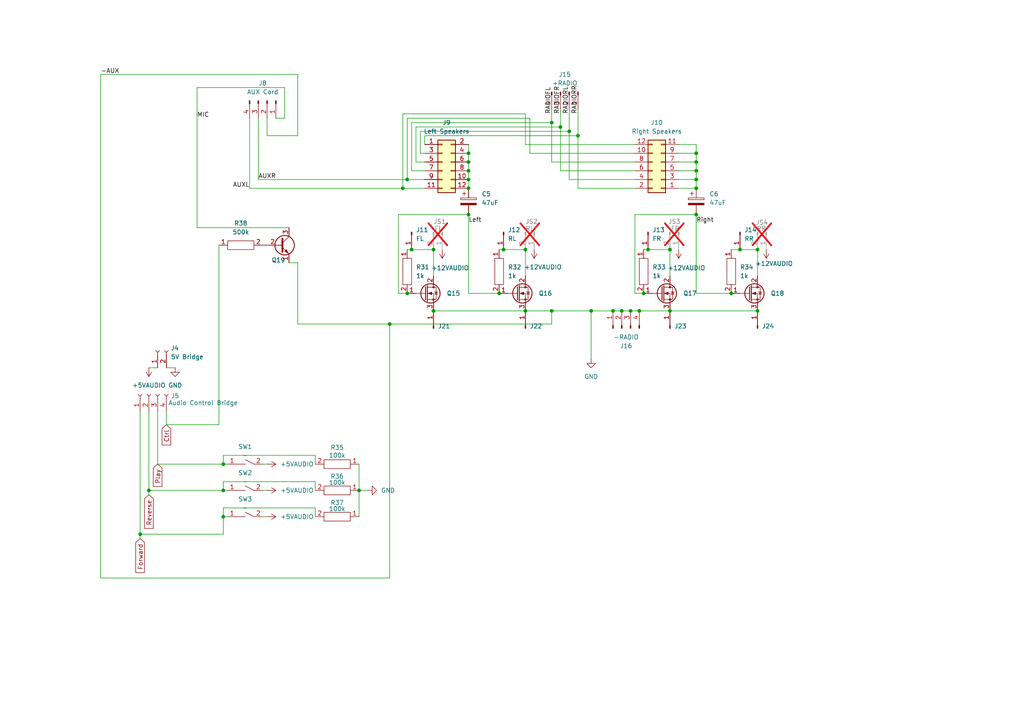
<source format=kicad_sch>
(kicad_sch (version 20231120) (generator "eeschema") (generator_version "8.0")
  (paper "A4")
  (lib_symbols
    (symbol "Connector:Conn_01x01_Pin" (pin_names (offset 1.016) hide)
      (property "Reference" "J" (at 0 2.54 0))
      (property "Value" "Conn_01x01_Pin" (at 0 -2.54 0))
      (symbol "Conn_01x01_Pin_1_1"
        (polyline (pts (xy 1.27 0) (xy 0.8636 0)) (stroke (width 0.1524)))
        (rectangle (start 0.8636 0.127) (end 0 -0.127) (stroke (width 0.1524)) (fill (type outline)))
        (pin passive line (at 5.08 0 180) (length 3.81) (name "Pin_1") (number "1"))
      )
    )
    (symbol "Connector:Conn_01x02_Pin" (pin_names (offset 1.016) hide)
      (property "Reference" "J" (at 0 2.54 0))
      (property "Value" "Conn_01x02_Pin" (at 0 -5.08 0))
      (symbol "Conn_01x02_Pin_1_1"
        (polyline (pts (xy 1.27 -2.54) (xy 0.8636 -2.54)) (stroke (width 0.1524)))
        (polyline (pts (xy 1.27 0) (xy 0.8636 0)) (stroke (width 0.1524)))
        (rectangle (start 0.8636 -2.413) (end 0 -2.667) (stroke (width 0.1524)) (fill (type outline)))
        (rectangle (start 0.8636 0.127) (end 0 -0.127) (stroke (width 0.1524)) (fill (type outline)))
        (pin passive line (at 5.08 0 180) (length 3.81) (name "Pin_1") (number "1"))
        (pin passive line (at 5.08 -2.54 180) (length 3.81) (name "Pin_2") (number "2"))
      )
    )
    (symbol "Connector:Conn_01x02_Socket" (pin_names (offset 1.016) hide)
      (property "Reference" "J" (at 0 2.54 0))
      (property "Value" "Conn_01x02_Socket" (at 0 -5.08 0))
      (symbol "Conn_01x02_Socket_1_1"
        (arc (start 0 -2.032) (mid -0.5058 -2.54) (end 0 -3.048) (stroke (width 0.1524)))
        (polyline (pts (xy -1.27 -2.54) (xy -0.508 -2.54)) (stroke (width 0.1524)))
        (polyline (pts (xy -1.27 0) (xy -0.508 0)) (stroke (width 0.1524)))
        (arc (start 0 0.508) (mid -0.5058 0) (end 0 -0.508) (stroke (width 0.1524)))
        (pin passive line (at -5.08 0 0) (length 3.81) (name "Pin_1") (number "1"))
        (pin passive line (at -5.08 -2.54 0) (length 3.81) (name "Pin_2") (number "2"))
      )
    )
    (symbol "Connector:Conn_01x04_Pin" (pin_names (offset 1.016) hide)
      (property "Reference" "J" (at 0 5.08 0))
      (property "Value" "Conn_01x04_Pin" (at 0 -7.62 0))
      (symbol "Conn_01x04_Pin_1_1"
        (polyline (pts (xy 1.27 -5.08) (xy 0.8636 -5.08)) (stroke (width 0.1524)))
        (polyline (pts (xy 1.27 -2.54) (xy 0.8636 -2.54)) (stroke (width 0.1524)))
        (polyline (pts (xy 1.27 0) (xy 0.8636 0)) (stroke (width 0.1524)))
        (polyline (pts (xy 1.27 2.54) (xy 0.8636 2.54)) (stroke (width 0.1524)))
        (rectangle (start 0.8636 -4.953) (end 0 -5.207) (stroke (width 0.1524)) (fill (type outline)))
        (rectangle (start 0.8636 -2.413) (end 0 -2.667) (stroke (width 0.1524)) (fill (type outline)))
        (rectangle (start 0.8636 0.127) (end 0 -0.127) (stroke (width 0.1524)) (fill (type outline)))
        (rectangle (start 0.8636 2.667) (end 0 2.413) (stroke (width 0.1524)) (fill (type outline)))
        (pin passive line (at 5.08 2.54 180) (length 3.81) (name "Pin_1") (number "1"))
        (pin passive line (at 5.08 0 180) (length 3.81) (name "Pin_2") (number "2"))
        (pin passive line (at 5.08 -2.54 180) (length 3.81) (name "Pin_3") (number "3"))
        (pin passive line (at 5.08 -5.08 180) (length 3.81) (name "Pin_4") (number "4"))
      )
    )
    (symbol "Connector:Conn_01x04_Socket" (pin_names (offset 1.016) hide)
      (property "Reference" "J" (at 0 5.08 0))
      (property "Value" "Conn_01x04_Socket" (at 0 -7.62 0))
      (symbol "Conn_01x04_Socket_1_1"
        (arc (start 0 -4.572) (mid -0.5058 -5.08) (end 0 -5.588) (stroke (width 0.1524)))
        (arc (start 0 -2.032) (mid -0.5058 -2.54) (end 0 -3.048) (stroke (width 0.1524)))
        (polyline (pts (xy -1.27 -5.08) (xy -0.508 -5.08)) (stroke (width 0.1524)))
        (polyline (pts (xy -1.27 -2.54) (xy -0.508 -2.54)) (stroke (width 0.1524)))
        (polyline (pts (xy -1.27 0) (xy -0.508 0)) (stroke (width 0.1524)))
        (polyline (pts (xy -1.27 2.54) (xy -0.508 2.54)) (stroke (width 0.1524)))
        (arc (start 0 0.508) (mid -0.5058 0) (end 0 -0.508) (stroke (width 0.1524)))
        (arc (start 0 3.048) (mid -0.5058 2.54) (end 0 2.032) (stroke (width 0.1524)))
        (pin passive line (at -5.08 2.54 0) (length 3.81) (name "Pin_1") (number "1"))
        (pin passive line (at -5.08 0 0) (length 3.81) (name "Pin_2") (number "2"))
        (pin passive line (at -5.08 -2.54 0) (length 3.81) (name "Pin_3") (number "3"))
        (pin passive line (at -5.08 -5.08 0) (length 3.81) (name "Pin_4") (number "4"))
      )
    )
    (symbol "Connector_Generic:Conn_02x06_Odd_Even" (pin_names (offset 1.016) hide)
      (property "Reference" "J" (at 1.27 7.62 0))
      (property "Value" "Conn_02x06_Odd_Even" (at 1.27 -10.16 0))
      (symbol "Conn_02x06_Odd_Even_1_1"
        (rectangle (start -1.27 -7.493) (end 0 -7.747) (stroke (width 0.1524)))
        (rectangle (start -1.27 -4.953) (end 0 -5.207) (stroke (width 0.1524)))
        (rectangle (start -1.27 -2.413) (end 0 -2.667) (stroke (width 0.1524)))
        (rectangle (start -1.27 0.127) (end 0 -0.127) (stroke (width 0.1524)))
        (rectangle (start -1.27 2.667) (end 0 2.413) (stroke (width 0.1524)))
        (rectangle (start -1.27 5.207) (end 0 4.953) (stroke (width 0.1524)))
        (rectangle (start -1.27 6.35) (end 3.81 -8.89) (stroke (width 0.254)) (fill (type background)))
        (rectangle (start 3.81 -7.493) (end 2.54 -7.747) (stroke (width 0.1524)))
        (rectangle (start 3.81 -4.953) (end 2.54 -5.207) (stroke (width 0.1524)))
        (rectangle (start 3.81 -2.413) (end 2.54 -2.667) (stroke (width 0.1524)))
        (rectangle (start 3.81 0.127) (end 2.54 -0.127) (stroke (width 0.1524)))
        (rectangle (start 3.81 2.667) (end 2.54 2.413) (stroke (width 0.1524)))
        (rectangle (start 3.81 5.207) (end 2.54 4.953) (stroke (width 0.1524)))
        (pin passive line (at -5.08 5.08 0) (length 3.81) (name "Pin_1") (number "1"))
        (pin passive line (at 7.62 -5.08 180) (length 3.81) (name "Pin_10") (number "10"))
        (pin passive line (at -5.08 -7.62 0) (length 3.81) (name "Pin_11") (number "11"))
        (pin passive line (at 7.62 -7.62 180) (length 3.81) (name "Pin_12") (number "12"))
        (pin passive line (at 7.62 5.08 180) (length 3.81) (name "Pin_2") (number "2"))
        (pin passive line (at -5.08 2.54 0) (length 3.81) (name "Pin_3") (number "3"))
        (pin passive line (at 7.62 2.54 180) (length 3.81) (name "Pin_4") (number "4"))
        (pin passive line (at -5.08 0 0) (length 3.81) (name "Pin_5") (number "5"))
        (pin passive line (at 7.62 0 180) (length 3.81) (name "Pin_6") (number "6"))
        (pin passive line (at -5.08 -2.54 0) (length 3.81) (name "Pin_7") (number "7"))
        (pin passive line (at 7.62 -2.54 180) (length 3.81) (name "Pin_8") (number "8"))
        (pin passive line (at -5.08 -5.08 0) (length 3.81) (name "Pin_9") (number "9"))
      )
    )
    (symbol "Device:C_Polarized" (pin_numbers hide) (pin_names (offset 0.254))
      (property "Reference" "C" (at 0.635 2.54 0))
      (property "Value" "C_Polarized" (at 0.635 -2.54 0))
      (symbol "C_Polarized_0_1"
        (rectangle (start -2.286 0.508) (end 2.286 1.016))
        (polyline (pts (xy -1.778 2.286) (xy -0.762 2.286)))
        (polyline (pts (xy -1.27 2.794) (xy -1.27 1.778)))
        (rectangle (start 2.286 -0.508) (end -2.286 -1.016) (fill (type outline)))
      )
      (symbol "C_Polarized_1_1"
        (pin passive line (at 0 3.81 270) (length 2.794) (name "~") (number "1"))
        (pin passive line (at 0 -3.81 90) (length 2.794) (name "~") (number "2"))
      )
    )
    (symbol "Transistor_BJT:BC107" (pin_names (offset 0) hide)
      (property "Reference" "Q" (at 5.08 1.905 0))
      (property "Value" "BC107" (at 5.08 0 0))
      (symbol "BC107_0_1"
        (polyline (pts (xy 0.635 0.635) (xy 2.54 2.54)))
        (polyline (pts (xy 0.635 -0.635) (xy 2.54 -2.54) (xy 2.54 -2.54)))
        (polyline (pts (xy 0.635 1.905) (xy 0.635 -1.905) (xy 0.635 -1.905)) (stroke (width 0.508)))
        (polyline (pts (xy 1.27 -1.778) (xy 1.778 -1.27) (xy 2.286 -2.286) (xy 1.27 -1.778) (xy 1.27 -1.778)) (fill (type outline)))
        (circle (center 1.27 0) (radius 2.8194) (stroke (width 0.254)))
      )
      (symbol "BC107_1_1"
        (pin passive line (at 2.54 -5.08 90) (length 2.54) (name "E") (number "1"))
        (pin input line (at -5.08 0 0) (length 5.715) (name "B") (number "2"))
        (pin passive line (at 2.54 5.08 270) (length 2.54) (name "C") (number "3"))
      )
    )
    (symbol "Transistor_FET_Other:DN2540N5-G" (pin_names (offset 0) hide)
      (property "Reference" "Q" (at 5.08 1.905 0))
      (property "Value" "DN2540N5-G" (at 5.08 0 0))
      (symbol "DN2540N5-G_0_1"
        (polyline (pts (xy 0.254 0) (xy -2.54 0)))
        (polyline (pts (xy 0.254 1.905) (xy 0.254 -1.905)) (stroke (width 0.254)))
        (polyline (pts (xy 0.762 2.286) (xy 0.762 -2.286)) (stroke (width 0.254)))
        (polyline (pts (xy 2.54 2.54) (xy 2.54 1.778)))
        (polyline (pts (xy 2.54 -2.54) (xy 2.54 0) (xy 0.762 0)))
        (polyline (pts (xy 0.762 -1.778) (xy 3.302 -1.778) (xy 3.302 1.778) (xy 0.762 1.778)))
        (polyline (pts (xy 1.016 0) (xy 2.032 0.381) (xy 2.032 -0.381) (xy 1.016 0)) (fill (type outline)))
        (polyline (pts (xy 2.794 0.508) (xy 2.921 0.381) (xy 3.683 0.381) (xy 3.81 0.254)))
        (polyline (pts (xy 3.302 0.381) (xy 2.921 -0.254) (xy 3.683 -0.254) (xy 3.302 0.381)))
        (circle (center 1.651 0) (radius 2.794) (stroke (width 0.254)))
        (circle (center 2.54 -1.778) (radius 0.254) (fill (type outline)))
        (circle (center 2.54 1.778) (radius 0.254) (fill (type outline)))
      )
      (symbol "DN2540N5-G_1_1"
        (pin input line (at -5.08 0 0) (length 2.54) (name "G") (number "1"))
        (pin passive line (at 2.54 5.08 270) (length 2.54) (name "D") (number "2"))
        (pin passive line (at 2.54 -5.08 90) (length 2.54) (name "S") (number "3"))
      )
    )
    (symbol "carinterface:Pushbutton"
      (property "Reference" "SW?" (at -0.254 2.54 0))
      (symbol "Pushbutton_0_1"
        (rectangle (start -2.54 0) (end 0 0))
        (arc (start 2.54 0) (mid 1.282 0.659) (end 0 1.27))
      )
      (symbol "Pushbutton_1_1"
        (pin bidirectional line (at -5.08 0 0) (length 2.54) (name "") (number "1"))
        (pin bidirectional line (at 5.08 0 180) (length 2.54) (name "") (number "2"))
      )
    )
    (symbol "carinterface:Vertical_Resistor"
      (property "Reference" "R?" (at 0 2.286 0))
      (symbol "Vertical_Resistor_0_1"
        (rectangle (start -3.81 1.27) (end 3.81 -1.27))
      )
      (symbol "Vertical_Resistor_1_1"
        (pin bidirectional line (at -6.35 0 0) (length 2.54) (name "") (number "1"))
        (pin bidirectional line (at 6.35 0 180) (length 2.54) (name "") (number "2"))
      )
    )
    (symbol "power:+12P" (power) (pin_numbers hide) (pin_names (offset 0) hide)
      (property "Value" "+12P" (at 0 3.556 0))
      (symbol "+12P_0_1"
        (polyline (pts (xy -0.762 1.27) (xy 0 2.54)))
        (polyline (pts (xy 0 0) (xy 0 2.54)))
        (polyline (pts (xy 0 2.54) (xy 0.762 1.27)))
      )
      (symbol "+12P_1_1"
        (pin power_in line (at 0 0 90) (length 0) (name "~") (number "1"))
      )
    )
    (symbol "power:+5V" (power) (pin_numbers hide) (pin_names (offset 0) hide)
      (property "Value" "+5V" (at 0 3.556 0))
      (symbol "+5V_0_1"
        (polyline (pts (xy -0.762 1.27) (xy 0 2.54)))
        (polyline (pts (xy 0 0) (xy 0 2.54)))
        (polyline (pts (xy 0 2.54) (xy 0.762 1.27)))
      )
      (symbol "+5V_1_1"
        (pin power_in line (at 0 0 90) (length 0) (name "~") (number "1"))
      )
    )
    (symbol "power:GND" (power) (pin_numbers hide) (pin_names (offset 0) hide)
      (property "Value" "GND" (at 0 -3.81 0))
      (symbol "GND_0_1"
        (polyline (pts (xy 0 0) (xy 0 -1.27) (xy 1.27 -1.27) (xy 0 -2.54) (xy -1.27 -1.27) (xy 0 -1.27)))
      )
      (symbol "GND_1_1"
        (pin power_in line (at 0 0 270) (length 0) (name "~") (number "1"))
      )
    )
  )
  (junction (at 43.18 142.24))
  (junction (at 160.02 90.17))
  (junction (at 187.96 72.39))
  (junction (at 64.77 134.62))
  (junction (at 125.73 72.39))
  (junction (at 135.89 49.53))
  (junction (at 182.88 90.17))
  (junction (at 167.64 39.37))
  (junction (at 177.8 90.17))
  (junction (at 165.1 38.1))
  (junction (at 219.71 90.17))
  (junction (at 152.4 90.17))
  (junction (at 135.89 54.61))
  (junction (at 162.56 36.83))
  (junction (at 214.63 72.39))
  (junction (at 212.09 85.09))
  (junction (at 201.93 54.61))
  (junction (at 104.14 142.24))
  (junction (at 116.84 54.61))
  (junction (at 113.03 93.98))
  (junction (at 194.31 90.17))
  (junction (at 144.78 85.09))
  (junction (at 201.93 62.23))
  (junction (at 125.73 90.17))
  (junction (at 146.05 72.39))
  (junction (at 135.89 46.99))
  (junction (at 171.45 90.17))
  (junction (at 64.77 149.86))
  (junction (at 160.02 35.56))
  (junction (at 180.34 90.17))
  (junction (at 152.4 72.39))
  (junction (at 219.71 72.39))
  (junction (at 135.89 44.45))
  (junction (at 64.77 142.24))
  (junction (at 201.93 44.45))
  (junction (at 135.89 52.07))
  (junction (at 185.42 90.17))
  (junction (at 201.93 52.07))
  (junction (at 118.11 52.07))
  (junction (at 186.69 85.09))
  (junction (at 40.64 154.94))
  (junction (at 135.89 62.23))
  (junction (at 201.93 49.53))
  (junction (at 194.31 72.39))
  (junction (at 119.38 72.39))
  (junction (at 201.93 46.99))
  (junction (at 118.11 85.09))
  (wire (pts (xy 171.45 104.14) (xy 171.45 90.17)))
  (wire (pts (xy 76.2 134.62) (xy 77.47 134.62)))
  (wire (pts (xy 219.71 72.39) (xy 219.71 80.01)))
  (wire (pts (xy 43.18 119.38) (xy 43.18 142.24)))
  (wire (pts (xy 196.85 46.99) (xy 201.93 46.99)))
  (wire (pts (xy 64.77 147.32) (xy 64.77 149.86)))
  (wire (pts (xy 48.26 123.19) (xy 48.26 119.38)))
  (wire (pts (xy 187.96 72.39) (xy 194.31 72.39)))
  (wire (pts (xy 152.4 41.91) (xy 152.4 33.02)))
  (wire (pts (xy 165.1 52.07) (xy 184.15 52.07)))
  (wire (pts (xy 74.93 34.29) (xy 74.93 52.07)))
  (wire (pts (xy 185.42 90.17) (xy 194.31 90.17)))
  (wire (pts (xy 196.85 44.45) (xy 201.93 44.45)))
  (wire (pts (xy 123.19 39.37) (xy 123.19 41.91)))
  (wire (pts (xy 116.84 54.61) (xy 72.39 54.61)))
  (wire (pts (xy 45.72 134.62) (xy 45.72 119.38)))
  (wire (pts (xy 40.64 156.21) (xy 40.64 154.94)))
  (wire (pts (xy 120.65 36.83) (xy 162.56 36.83)))
  (wire (pts (xy 104.14 142.24) (xy 104.14 149.86)))
  (wire (pts (xy 76.2 142.24) (xy 77.47 142.24)))
  (wire (pts (xy 119.38 72.39) (xy 125.73 72.39)))
  (wire (pts (xy 118.11 52.07) (xy 74.93 52.07)))
  (wire (pts (xy 152.4 41.91) (xy 184.15 41.91)))
  (wire (pts (xy 135.89 85.09) (xy 144.78 85.09)))
  (wire (pts (xy 167.64 39.37) (xy 167.64 54.61)))
  (wire (pts (xy 201.93 41.91) (xy 196.85 41.91)))
  (wire (pts (xy 196.85 54.61) (xy 201.93 54.61)))
  (wire (pts (xy 201.93 52.07) (xy 201.93 54.61)))
  (wire (pts (xy 125.73 72.39) (xy 125.73 80.01)))
  (wire (pts (xy 91.44 147.32) (xy 64.77 147.32)))
  (wire (pts (xy 171.45 90.17) (xy 177.8 90.17)))
  (wire (pts (xy 120.65 46.99) (xy 123.19 46.99)))
  (wire (pts (xy 91.44 142.24) (xy 91.44 139.7)))
  (wire (pts (xy 82.55 25.4) (xy 82.55 34.29)))
  (wire (pts (xy 50.8 106.68) (xy 48.26 106.68)))
  (wire (pts (xy 118.11 34.29) (xy 118.11 52.07)))
  (wire (pts (xy 167.64 31.75) (xy 167.64 39.37)))
  (wire (pts (xy 146.05 72.39) (xy 152.4 72.39)))
  (wire (pts (xy 184.15 85.09) (xy 186.69 85.09)))
  (wire (pts (xy 119.38 35.56) (xy 119.38 49.53)))
  (wire (pts (xy 165.1 38.1) (xy 165.1 31.75)))
  (wire (pts (xy 120.65 36.83) (xy 120.65 46.99)))
  (wire (pts (xy 123.19 54.61) (xy 116.84 54.61)))
  (wire (pts (xy 43.18 142.24) (xy 64.77 142.24)))
  (wire (pts (xy 43.18 142.24) (xy 43.18 143.51)))
  (wire (pts (xy 82.55 34.29) (xy 80.01 34.29)))
  (wire (pts (xy 180.34 90.17) (xy 182.88 90.17)))
  (wire (pts (xy 57.15 25.4) (xy 82.55 25.4)))
  (wire (pts (xy 135.89 41.91) (xy 135.89 44.45)))
  (wire (pts (xy 40.64 154.94) (xy 40.64 119.38)))
  (wire (pts (xy 212.09 72.39) (xy 214.63 72.39)))
  (wire (pts (xy 123.19 39.37) (xy 167.64 39.37)))
  (wire (pts (xy 77.47 39.37) (xy 86.36 39.37)))
  (wire (pts (xy 86.36 93.98) (xy 113.03 93.98)))
  (wire (pts (xy 182.88 90.17) (xy 185.42 90.17)))
  (wire (pts (xy 165.1 38.1) (xy 165.1 52.07)))
  (wire (pts (xy 144.78 72.39) (xy 146.05 72.39)))
  (wire (pts (xy 64.77 149.86) (xy 64.77 154.94)))
  (wire (pts (xy 162.56 49.53) (xy 184.15 49.53)))
  (wire (pts (xy 135.89 52.07) (xy 135.89 54.61)))
  (wire (pts (xy 104.14 142.24) (xy 106.68 142.24)))
  (wire (pts (xy 184.15 62.23) (xy 201.93 62.23)))
  (wire (pts (xy 160.02 93.98) (xy 160.02 90.17)))
  (wire (pts (xy 160.02 90.17) (xy 152.4 90.17)))
  (wire (pts (xy 153.67 44.45) (xy 153.67 34.29)))
  (wire (pts (xy 91.44 132.08) (xy 64.77 132.08)))
  (wire (pts (xy 48.26 123.19) (xy 63.5 123.19)))
  (wire (pts (xy 177.8 90.17) (xy 180.34 90.17)))
  (wire (pts (xy 91.44 149.86) (xy 91.44 147.32)))
  (wire (pts (xy 196.85 52.07) (xy 201.93 52.07)))
  (wire (pts (xy 160.02 35.56) (xy 160.02 46.99)))
  (wire (pts (xy 77.47 34.29) (xy 77.47 39.37)))
  (wire (pts (xy 194.31 72.39) (xy 194.31 80.01)))
  (wire (pts (xy 121.92 38.1) (xy 121.92 44.45)))
  (wire (pts (xy 119.38 35.56) (xy 160.02 35.56)))
  (wire (pts (xy 153.67 44.45) (xy 184.15 44.45)))
  (wire (pts (xy 104.14 134.62) (xy 104.14 142.24)))
  (wire (pts (xy 64.77 154.94) (xy 40.64 154.94)))
  (wire (pts (xy 186.69 72.39) (xy 187.96 72.39)))
  (wire (pts (xy 160.02 31.75) (xy 160.02 35.56)))
  (wire (pts (xy 29.21 167.64) (xy 113.03 167.64)))
  (wire (pts (xy 135.89 46.99) (xy 135.89 49.53)))
  (wire (pts (xy 72.39 54.61) (xy 72.39 34.29)))
  (wire (pts (xy 160.02 46.99) (xy 184.15 46.99)))
  (wire (pts (xy 152.4 33.02) (xy 116.84 33.02)))
  (wire (pts (xy 201.93 85.09) (xy 212.09 85.09)))
  (wire (pts (xy 113.03 167.64) (xy 113.03 93.98)))
  (wire (pts (xy 162.56 36.83) (xy 162.56 31.75)))
  (wire (pts (xy 125.73 90.17) (xy 152.4 90.17)))
  (wire (pts (xy 171.45 90.17) (xy 160.02 90.17)))
  (wire (pts (xy 86.36 39.37) (xy 86.36 21.59)))
  (wire (pts (xy 135.89 62.23) (xy 135.89 85.09)))
  (wire (pts (xy 86.36 76.2) (xy 86.36 93.98)))
  (wire (pts (xy 201.93 41.91) (xy 201.93 44.45)))
  (wire (pts (xy 135.89 44.45) (xy 135.89 46.99)))
  (wire (pts (xy 201.93 62.23) (xy 201.93 85.09)))
  (wire (pts (xy 201.93 49.53) (xy 201.93 52.07)))
  (wire (pts (xy 45.72 134.62) (xy 64.77 134.62)))
  (wire (pts (xy 91.44 139.7) (xy 64.77 139.7)))
  (wire (pts (xy 135.89 62.23) (xy 115.57 62.23)))
  (wire (pts (xy 162.56 36.83) (xy 162.56 49.53)))
  (wire (pts (xy 64.77 149.86) (xy 66.04 149.86)))
  (wire (pts (xy 152.4 72.39) (xy 152.4 80.01)))
  (wire (pts (xy 123.19 52.07) (xy 118.11 52.07)))
  (wire (pts (xy 64.77 142.24) (xy 66.04 142.24)))
  (wire (pts (xy 121.92 44.45) (xy 123.19 44.45)))
  (wire (pts (xy 57.15 66.04) (xy 83.82 66.04)))
  (wire (pts (xy 115.57 85.09) (xy 118.11 85.09)))
  (wire (pts (xy 194.31 90.17) (xy 219.71 90.17)))
  (wire (pts (xy 83.82 76.2) (xy 86.36 76.2)))
  (wire (pts (xy 184.15 62.23) (xy 184.15 85.09)))
  (wire (pts (xy 64.77 132.08) (xy 64.77 134.62)))
  (wire (pts (xy 63.5 71.12) (xy 63.5 123.19)))
  (wire (pts (xy 167.64 54.61) (xy 184.15 54.61)))
  (wire (pts (xy 76.2 149.86) (xy 77.47 149.86)))
  (wire (pts (xy 64.77 139.7) (xy 64.77 142.24)))
  (wire (pts (xy 118.11 72.39) (xy 119.38 72.39)))
  (wire (pts (xy 43.18 106.68) (xy 45.72 106.68)))
  (wire (pts (xy 116.84 33.02) (xy 116.84 54.61)))
  (wire (pts (xy 91.44 134.62) (xy 91.44 132.08)))
  (wire (pts (xy 119.38 49.53) (xy 123.19 49.53)))
  (wire (pts (xy 57.15 25.4) (xy 57.15 66.04)))
  (wire (pts (xy 153.67 34.29) (xy 118.11 34.29)))
  (wire (pts (xy 64.77 134.62) (xy 66.04 134.62)))
  (wire (pts (xy 196.85 49.53) (xy 201.93 49.53)))
  (wire (pts (xy 113.03 93.98) (xy 160.02 93.98)))
  (wire (pts (xy 135.89 49.53) (xy 135.89 52.07)))
  (wire (pts (xy 201.93 44.45) (xy 201.93 46.99)))
  (wire (pts (xy 121.92 38.1) (xy 165.1 38.1)))
  (wire (pts (xy 214.63 72.39) (xy 219.71 72.39)))
  (wire (pts (xy 29.21 21.59) (xy 86.36 21.59)))
  (wire (pts (xy 29.21 167.64) (xy 29.21 21.59)))
  (wire (pts (xy 115.57 62.23) (xy 115.57 85.09)))
  (wire (pts (xy 201.93 46.99) (xy 201.93 49.53)))
  (label "MIC" (at 57.15 34.29 0))
  (label "RADIORL" (at 165.1 33.02 90))
  (label "Right" (at 201.93 64.77 0))
  (label "AUXR" (at 74.93 52.07 0))
  (label "RADIOFL" (at 160.02 33.02 90))
  (label "RADIORR" (at 167.64 33.02 90))
  (label "Left" (at 135.89 64.77 0))
  (label "-AUX" (at 29.21 21.59 0))
  (label "RADIOFR" (at 162.56 33.02 90))
  (label "AUXL" (at 72.39 54.61 180))
  (global_label "Reverse" (shape input) (at 43.18 143.51 270) (property "Intersheetrefs" "${INTERSHEET_REFS}" (effects (hide yes))))
  (global_label "Forward" (shape input) (at 40.64 156.21 270) (property "Intersheetrefs" "${INTERSHEET_REFS}" (effects (hide yes))))
  (global_label "Play" (shape input) (at 45.72 134.62 270) (property "Intersheetrefs" "${INTERSHEET_REFS}" (effects (hide yes))))
  (global_label "Ctrl" (shape input) (at 48.26 123.19 270) (property "Intersheetrefs" "${INTERSHEET_REFS}" (effects (hide yes))))
  (symbol (lib_id "Connector:Conn_01x01_Pin") (at 152.4 95.25 90) (unit 1)
    (property "Reference" "J22" (at 153.67 94.6149 90) (effects (justify right)))
    (property "Value" "Conn_01x01_Pin" (effects (hide yes)))
    (property "Footprint" "Connector_Wire:SolderWire-0.75sqmm_1x01_D1.25mm_OD2.3mm" (effects (hide yes)))
    (property "Description" "Generic connector, single row, 01x01, script generated" (effects (hide yes)))
  )
  (symbol (lib_id "power:+5V") (at 77.47 149.86 270) (unit 1)
    (property "Reference" "#PWR025" (effects (hide yes)))
    (property "Value" "+5VAUDIO" (at 81.28 149.8599 90) (effects (justify left)))
    (property "Description" "Power symbol creates a global label with name \"+5V\"" (effects (hide yes)))
  )
  (symbol (lib_id "Device:C_Polarized") (at 135.89 58.42 0) (unit 1)
    (property "Reference" "C5" (at 139.7 56.2609 0) (effects (justify left)))
    (property "Value" "47uF" (at 139.7 58.8009 0) (effects (justify left)))
    (property "Footprint" "Capacitor_THT:CP_Radial_D6.3mm_P2.50mm" (effects (hide yes)))
    (property "Description" "Polarized capacitor" (effects (hide yes)))
  )
  (symbol (lib_id "Connector:Conn_01x04_Pin") (at 165.1 26.67 270) (unit 1)
    (property "Reference" "J15" (at 163.83 21.59 90))
    (property "Value" "+RADIO" (at 163.83 24.13 90))
    (property "Footprint" "Connector_Wire:SolderWire-0.5sqmm_1x04_P4.6mm_D0.9mm_OD2.1mm" (effects (hide yes)))
    (property "Description" "Generic connector, single row, 01x04, script generated" (effects (hide yes)))
  )
  (symbol (lib_id "carinterface:Pushbutton") (at 71.12 149.86 0) (unit 1)
    (property "Reference" "SW3" (at 71.12 144.78 0))
    (property "Value" "~" (at 71.12 147.32 0))
    (property "Footprint" "carinterface:pushbutton" (effects (hide yes)))
  )
  (symbol (lib_id "Connector:Conn_01x02_Socket") (at 45.72 101.6 90) (unit 1)
    (property "Reference" "J4" (at 49.53 100.9649 90) (effects (justify right)))
    (property "Value" "5V Bridge" (at 49.53 103.5049 90) (effects (justify right)))
    (property "Footprint" "Connector_PinSocket_2.54mm:PinSocket_1x02_P2.54mm_Vertical" (effects (hide yes)))
    (property "Description" "Generic connector, single row, 01x02, script generated" (effects (hide yes)))
  )
  (symbol (lib_id "power:+12P") (at 222.25 72.39 180) (unit 1)
    (property "Reference" "#PWR021" (effects (hide yes)))
    (property "Value" "+12VAUDIO" (at 224.536 76.454 0))
    (property "Description" "Power symbol creates a global label with name \"+12P\"" (effects (hide yes)))
  )
  (symbol (lib_id "Connector:Conn_01x01_Pin") (at 219.71 95.25 90) (unit 1)
    (property "Reference" "J24" (at 220.98 94.6149 90) (effects (justify right)))
    (property "Value" "Conn_01x01_Pin" (effects (hide yes)))
    (property "Footprint" "Connector_Wire:SolderWire-0.75sqmm_1x01_D1.25mm_OD2.3mm" (effects (hide yes)))
    (property "Description" "Generic connector, single row, 01x01, script generated" (effects (hide yes)))
  )
  (symbol (lib_id "Connector:Conn_01x01_Pin") (at 146.05 67.31 270) (unit 1)
    (property "Reference" "J12" (at 147.32 66.6749 90) (effects (justify left)))
    (property "Value" "RL" (at 147.32 69.2149 90) (effects (justify left)))
    (property "Footprint" "Connector_Wire:SolderWire-0.75sqmm_1x01_D1.25mm_OD2.3mm" (effects (hide yes)))
    (property "Description" "Generic connector, single row, 01x01, script generated" (effects (hide yes)))
  )
  (symbol (lib_id "Connector_Generic:Conn_02x06_Odd_Even") (at 128.27 46.99 0) (unit 1)
    (property "Reference" "J9" (at 129.54 35.56 0))
    (property "Value" "Left Speakers" (at 129.54 38.1 0))
    (property "Footprint" "Connector_PinHeader_2.54mm:PinHeader_2x06_P2.54mm_Vertical" (effects (hide yes)))
    (property "Description" "Generic connector, double row, 02x06, odd/even pin numbering scheme (row 1 odd numbers, row 2 even numbers), script generated (kicad-library-utils/schlib/autogen/connector/)" (effects (hide yes)))
  )
  (symbol (lib_id "power:GND") (at 106.68 142.24 90) (unit 1)
    (property "Reference" "#PWR026" (effects (hide yes)))
    (property "Value" "GND" (at 110.49 142.2399 90) (effects (justify right)))
    (property "Description" "Power symbol creates a global label with name \"GND\" , ground" (effects (hide yes)))
  )
  (symbol (lib_id "Connector:Conn_01x01_Pin") (at 187.96 67.31 270) (unit 1)
    (property "Reference" "J13" (at 189.23 66.6749 90) (effects (justify left)))
    (property "Value" "FR" (at 189.23 69.2149 90) (effects (justify left)))
    (property "Footprint" "Connector_Wire:SolderWire-0.75sqmm_1x01_D1.25mm_OD2.3mm" (effects (hide yes)))
    (property "Description" "Generic connector, single row, 01x01, script generated" (effects (hide yes)))
  )
  (symbol (lib_id "power:GND") (at 171.45 104.14 0) (unit 1)
    (property "Reference" "#PWR011" (effects (hide yes)))
    (property "Value" "GND" (at 171.45 109.22 0))
    (property "Description" "Power symbol creates a global label with name \"GND\" , ground" (effects (hide yes)))
  )
  (symbol (lib_id "power:GND") (at 50.8 106.68 0) (unit 1)
    (property "Reference" "#PWR017" (effects (hide yes)))
    (property "Value" "GND" (at 50.8 111.76 0))
    (property "Description" "Power symbol creates a global label with name \"GND\" , ground" (effects (hide yes)))
  )
  (symbol (lib_id "Device:C_Polarized") (at 201.93 58.42 0) (unit 1)
    (property "Reference" "C6" (at 205.74 56.2609 0) (effects (justify left)))
    (property "Value" "47uF" (at 205.74 58.8009 0) (effects (justify left)))
    (property "Footprint" "Capacitor_THT:CP_Radial_D6.3mm_P2.50mm" (effects (hide yes)))
    (property "Description" "Polarized capacitor" (effects (hide yes)))
  )
  (symbol (lib_id "Connector:Conn_01x01_Pin") (at 214.63 67.31 270) (unit 1)
    (property "Reference" "J14" (at 215.9 66.6749 90) (effects (justify left)))
    (property "Value" "RR" (at 215.9 69.2149 90) (effects (justify left)))
    (property "Footprint" "Connector_Wire:SolderWire-0.75sqmm_1x01_D1.25mm_OD2.3mm" (effects (hide yes)))
    (property "Description" "Generic connector, single row, 01x01, script generated" (effects (hide yes)))
  )
  (symbol (lib_id "carinterface:Vertical_Resistor") (at 144.78 78.74 270) (unit 1)
    (property "Reference" "R32" (at 147.32 77.4699 90) (effects (justify left)))
    (property "Value" "1k" (at 147.32 80.0099 90) (effects (justify left)))
    (property "Footprint" "carinterface:Vertical Resistor" (effects (hide yes)))
  )
  (symbol (lib_id "Connector:Conn_01x01_Pin") (at 119.38 67.31 270) (unit 1)
    (property "Reference" "J11" (at 120.65 66.6749 90) (effects (justify left)))
    (property "Value" "FL" (at 120.65 69.2149 90) (effects (justify left)))
    (property "Footprint" "Connector_Wire:SolderWire-0.75sqmm_1x01_D1.25mm_OD2.3mm" (effects (hide yes)))
    (property "Description" "Generic connector, single row, 01x01, script generated" (effects (hide yes)))
  )
  (symbol (lib_id "carinterface:Pushbutton") (at 71.12 142.24 0) (unit 1)
    (property "Reference" "SW2" (at 71.12 137.16 0))
    (property "Value" "~" (at 71.12 139.7 0))
    (property "Footprint" "carinterface:pushbutton" (effects (hide yes)))
  )
  (symbol (lib_id "Connector:Conn_01x01_Pin") (at 194.31 95.25 90) (unit 1)
    (property "Reference" "J23" (at 195.58 94.6149 90) (effects (justify right)))
    (property "Value" "Conn_01x01_Pin" (effects (hide yes)))
    (property "Footprint" "Connector_Wire:SolderWire-0.75sqmm_1x01_D1.25mm_OD2.3mm" (effects (hide yes)))
    (property "Description" "Generic connector, single row, 01x01, script generated" (effects (hide yes)))
  )
  (symbol (lib_id "power:+5V") (at 77.47 142.24 270) (unit 1)
    (property "Reference" "#PWR024" (effects (hide yes)))
    (property "Value" "+5VAUDIO" (at 81.28 142.2399 90) (effects (justify left)))
    (property "Description" "Power symbol creates a global label with name \"+5V\"" (effects (hide yes)))
  )
  (symbol (lib_id "power:+5V") (at 77.47 134.62 270) (unit 1)
    (property "Reference" "#PWR04" (effects (hide yes)))
    (property "Value" "+5VAUDIO" (at 81.28 134.6199 90) (effects (justify left)))
    (property "Description" "Power symbol creates a global label with name \"+5V\"" (effects (hide yes)))
  )
  (symbol (lib_id "Transistor_FET_Other:DN2540N5-G") (at 123.19 85.09 0) (unit 1)
    (property "Reference" "Q15" (at 129.54 85.0899 0) (effects (justify left)))
    (property "Value" "DN2540N5-G" (effects (hide yes)))
    (property "Footprint" "Package_TO_SOT_THT:TO-220-3_Vertical" (effects (hide yes)))
    (property "Datasheet" "https://ww1.microchip.com/downloads/en/DeviceDoc/DN2540%20B060313.pdf" (effects (hide yes)))
    (property "Description" "150mA Ids, 400 Vds, Depletion-mode N-channel MOSFET, TO-220" (effects (hide yes)))
  )
  (symbol (lib_id "power:+12P") (at 196.85 72.39 180) (unit 1)
    (property "Reference" "#PWR020" (effects (hide yes)))
    (property "Value" "+12VAUDIO" (at 199.136 77.724 0))
    (property "Description" "Power symbol creates a global label with name \"+12P\"" (effects (hide yes)))
  )
  (symbol (lib_id "Transistor_FET_Other:DN2540N5-G") (at 217.17 85.09 0) (unit 1)
    (property "Reference" "Q18" (at 223.52 85.0899 0) (effects (justify left)))
    (property "Value" "DN2540N5-G" (effects (hide yes)))
    (property "Footprint" "Package_TO_SOT_THT:TO-220-3_Vertical" (effects (hide yes)))
    (property "Datasheet" "https://ww1.microchip.com/downloads/en/DeviceDoc/DN2540%20B060313.pdf" (effects (hide yes)))
    (property "Description" "150mA Ids, 400 Vds, Depletion-mode N-channel MOSFET, TO-220" (effects (hide yes)))
  )
  (symbol (lib_id "power:+12P") (at 128.27 72.39 180) (unit 1)
    (property "Reference" "#PWR018" (effects (hide yes)))
    (property "Value" "+12VAUDIO" (at 130.556 77.724 0))
    (property "Description" "Power symbol creates a global label with name \"+12P\"" (effects (hide yes)))
  )
  (symbol (lib_id "Connector:Conn_01x02_Pin") (at 222.25 67.31 270) (unit 1) (on_board no) (dnp yes)
    (property "Reference" "JS4" (at 219.202 64.516 90) (effects (justify left)))
    (property "Value" "RR" (at 219.456 66.294 90) (effects (justify left)))
    (property "Footprint" "Connector_Wire:SolderWire-1sqmm_1x02_P5.4mm_D1.4mm_OD2.7mm" (effects (hide yes)))
    (property "Description" "Generic connector, single row, 01x02, script generated" (effects (hide yes)))
  )
  (symbol (lib_id "Connector:Conn_01x02_Pin") (at 196.85 67.31 270) (unit 1) (on_board no) (dnp yes)
    (property "Reference" "JS3" (at 193.802 64.262 90) (effects (justify left)))
    (property "Value" "FR" (at 194.564 66.294 90) (effects (justify left)))
    (property "Footprint" "Connector_Wire:SolderWire-1sqmm_1x02_P5.4mm_D1.4mm_OD2.7mm" (effects (hide yes)))
    (property "Description" "Generic connector, single row, 01x02, script generated" (effects (hide yes)))
  )
  (symbol (lib_id "Connector:Conn_01x04_Pin") (at 180.34 95.25 90) (unit 1)
    (property "Reference" "J16" (at 181.61 100.33 90))
    (property "Value" "-RADIO" (at 181.61 97.79 90))
    (property "Footprint" "Connector_Wire:SolderWire-0.5sqmm_1x04_P4.6mm_D0.9mm_OD2.1mm" (effects (hide yes)))
    (property "Description" "Generic connector, single row, 01x04, script generated" (effects (hide yes)))
  )
  (symbol (lib_id "carinterface:Vertical_Resistor") (at 212.09 78.74 270) (unit 1)
    (property "Reference" "R34" (at 214.63 77.4699 90) (effects (justify left)))
    (property "Value" "1k" (at 214.63 80.0099 90) (effects (justify left)))
    (property "Footprint" "carinterface:Vertical Resistor" (effects (hide yes)))
  )
  (symbol (lib_id "Transistor_BJT:BC107") (at 81.28 71.12 0) (unit 1)
    (property "Reference" "Q19" (at 78.74 75.438 0) (effects (justify left)))
    (property "Value" "BC107" (effects (hide yes)))
    (property "Footprint" "Package_TO_SOT_THT:TO-18-3" (effects (hide yes)))
    (property "Datasheet" "http://www.b-kainka.de/Daten/Transistor/BC108.pdf" (effects (hide yes)))
    (property "Description" "0.1A Ic, 50V Vce, Low Noise General Purpose NPN Transistor, TO-18" (effects (hide yes)))
  )
  (symbol (lib_id "Connector:Conn_01x01_Pin") (at 125.73 95.25 90) (unit 1)
    (property "Reference" "J21" (at 127 94.6149 90) (effects (justify right)))
    (property "Value" "Conn_01x01_Pin" (effects (hide yes)))
    (property "Footprint" "Connector_Wire:SolderWire-0.75sqmm_1x01_D1.25mm_OD2.3mm" (effects (hide yes)))
    (property "Description" "Generic connector, single row, 01x01, script generated" (effects (hide yes)))
  )
  (symbol (lib_id "carinterface:Vertical_Resistor") (at 118.11 78.74 270) (unit 1)
    (property "Reference" "R31" (at 120.65 77.4699 90) (effects (justify left)))
    (property "Value" "1k" (at 120.65 80.0099 90) (effects (justify left)))
    (property "Footprint" "carinterface:Vertical Resistor" (effects (hide yes)))
  )
  (symbol (lib_id "carinterface:Vertical_Resistor") (at 97.79 149.86 180) (unit 1)
    (property "Reference" "R37" (at 97.79 145.796 0))
    (property "Value" "100k" (at 97.79 147.574 0))
    (property "Footprint" "carinterface:Vertical Resistor" (effects (hide yes)))
  )
  (symbol (lib_id "carinterface:Vertical_Resistor") (at 69.85 71.12 0) (unit 1)
    (property "Reference" "R38" (at 69.85 64.77 0))
    (property "Value" "500k" (at 69.85 67.31 0))
    (property "Footprint" "carinterface:Vertical Resistor" (effects (hide yes)))
  )
  (symbol (lib_id "Connector:Conn_01x02_Pin") (at 154.94 67.31 270) (unit 1) (on_board no) (dnp yes)
    (property "Reference" "JS2" (at 152.4 64.262 90) (effects (justify left)))
    (property "Value" "RL" (at 152.4 66.294 90) (effects (justify left)))
    (property "Footprint" "Connector_Wire:SolderWire-1sqmm_1x02_P5.4mm_D1.4mm_OD2.7mm" (effects (hide yes)))
    (property "Description" "Generic connector, single row, 01x02, script generated" (effects (hide yes)))
  )
  (symbol (lib_id "Connector:Conn_01x02_Pin") (at 128.27 67.31 270) (unit 1) (on_board no) (dnp yes)
    (property "Reference" "JS1" (at 125.73 64.262 90) (effects (justify left)))
    (property "Value" "FL" (at 125.984 66.294 90) (effects (justify left)))
    (property "Footprint" "Connector_Wire:SolderWire-1sqmm_1x02_P5.4mm_D1.4mm_OD2.7mm" (effects (hide yes)))
    (property "Description" "Generic connector, single row, 01x02, script generated" (effects (hide yes)))
  )
  (symbol (lib_id "Transistor_FET_Other:DN2540N5-G") (at 191.77 85.09 0) (unit 1)
    (property "Reference" "Q17" (at 198.12 85.0899 0) (effects (justify left)))
    (property "Value" "DN2540N5-G" (effects (hide yes)))
    (property "Footprint" "Package_TO_SOT_THT:TO-220-3_Vertical" (effects (hide yes)))
    (property "Datasheet" "https://ww1.microchip.com/downloads/en/DeviceDoc/DN2540%20B060313.pdf" (effects (hide yes)))
    (property "Description" "150mA Ids, 400 Vds, Depletion-mode N-channel MOSFET, TO-220" (effects (hide yes)))
  )
  (symbol (lib_id "carinterface:Vertical_Resistor") (at 186.69 78.74 270) (unit 1)
    (property "Reference" "R33" (at 189.23 77.4699 90) (effects (justify left)))
    (property "Value" "1k" (at 189.23 80.0099 90) (effects (justify left)))
    (property "Footprint" "carinterface:Vertical Resistor" (effects (hide yes)))
  )
  (symbol (lib_id "Connector:Conn_01x04_Socket") (at 43.18 114.3 90) (unit 1)
    (property "Reference" "J5" (at 50.8 114.808 90))
    (property "Value" "Audio Control Bridge" (at 58.928 116.84 90))
    (property "Footprint" "Connector_PinSocket_2.54mm:PinSocket_1x04_P2.54mm_Vertical" (effects (hide yes)))
    (property "Description" "Generic connector, single row, 01x04, script generated" (effects (hide yes)))
  )
  (symbol (lib_id "power:+5V") (at 43.18 106.68 180) (unit 1)
    (property "Reference" "#PWR016" (effects (hide yes)))
    (property "Value" "+5VAUDIO" (at 43.18 111.76 0))
    (property "Description" "Power symbol creates a global label with name \"+5V\"" (effects (hide yes)))
  )
  (symbol (lib_id "Connector_Generic:Conn_02x06_Odd_Even") (at 191.77 49.53 180) (unit 1)
    (property "Reference" "J10" (at 190.5 35.56 0))
    (property "Value" "Right Speakers" (at 190.5 38.1 0))
    (property "Footprint" "Connector_PinHeader_2.54mm:PinHeader_2x06_P2.54mm_Vertical" (effects (hide yes)))
    (property "Description" "Generic connector, double row, 02x06, odd/even pin numbering scheme (row 1 odd numbers, row 2 even numbers), script generated (kicad-library-utils/schlib/autogen/connector/)" (effects (hide yes)))
  )
  (symbol (lib_id "Transistor_FET_Other:DN2540N5-G") (at 149.86 85.09 0) (unit 1)
    (property "Reference" "Q16" (at 156.21 85.0899 0) (effects (justify left)))
    (property "Value" "DN2540N5-G" (effects (hide yes)))
    (property "Footprint" "Package_TO_SOT_THT:TO-220-3_Vertical" (effects (hide yes)))
    (property "Datasheet" "https://ww1.microchip.com/downloads/en/DeviceDoc/DN2540%20B060313.pdf" (effects (hide yes)))
    (property "Description" "150mA Ids, 400 Vds, Depletion-mode N-channel MOSFET, TO-220" (effects (hide yes)))
  )
  (symbol (lib_id "carinterface:Vertical_Resistor") (at 97.79 134.62 180) (unit 1)
    (property "Reference" "R35" (at 97.79 129.794 0))
    (property "Value" "100k" (at 97.79 132.08 0))
    (property "Footprint" "carinterface:Vertical Resistor" (effects (hide yes)))
  )
  (symbol (lib_id "carinterface:Pushbutton") (at 71.12 134.62 0) (unit 1)
    (property "Reference" "SW1" (at 71.12 129.54 0))
    (property "Value" "~" (at 71.12 132.08 0))
    (property "Footprint" "carinterface:pushbutton" (effects (hide yes)))
  )
  (symbol (lib_id "carinterface:Vertical_Resistor") (at 97.79 142.24 180) (unit 1)
    (property "Reference" "R36" (at 97.79 138.176 0))
    (property "Value" "100k" (at 97.79 139.954 0))
    (property "Footprint" "carinterface:Vertical Resistor" (effects (hide yes)))
  )
  (symbol (lib_id "power:+12P") (at 154.94 72.39 180) (unit 1)
    (property "Reference" "#PWR019" (effects (hide yes)))
    (property "Value" "+12VAUDIO" (at 157.48 77.47 0))
    (property "Description" "Power symbol creates a global label with name \"+12P\"" (effects (hide yes)))
  )
  (symbol (lib_id "Connector:Conn_01x04_Pin") (at 77.47 29.21 270) (unit 1)
    (property "Reference" "J8" (at 76.2 24.13 90))
    (property "Value" "AUX Cord" (at 76.2 26.67 90))
    (property "Footprint" "Connector_Wire:SolderWire-0.5sqmm_1x04_P4.6mm_D0.9mm_OD2.1mm" (effects (hide yes)))
    (property "Description" "Generic connector, single row, 01x04, script generated" (effects (hide yes)))
  )
)
</source>
